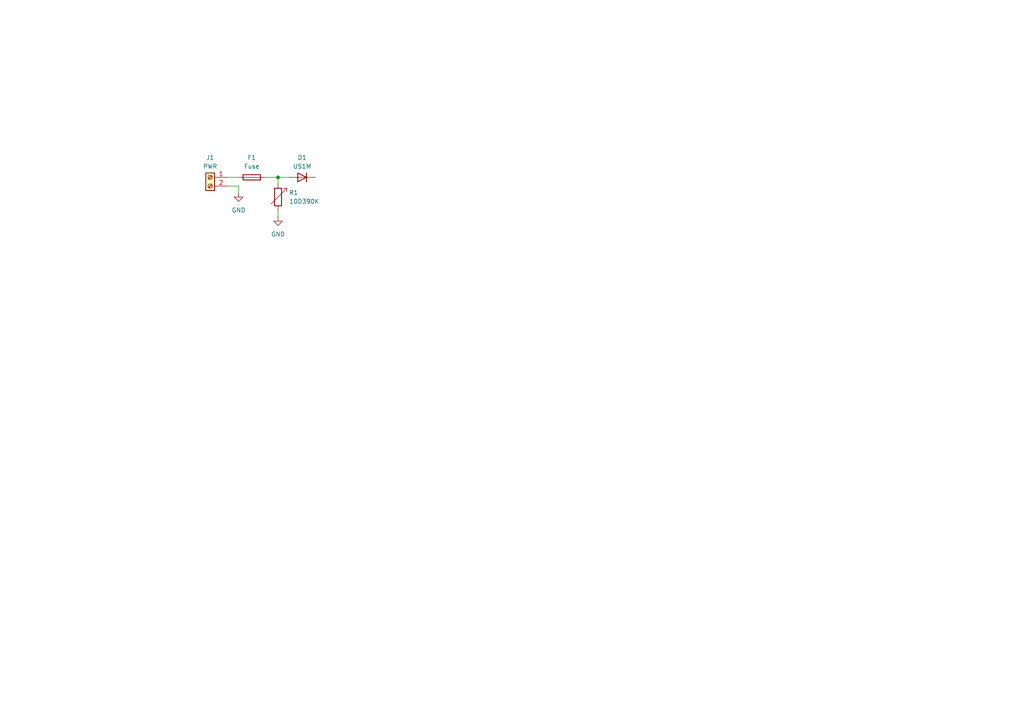
<source format=kicad_sch>
(kicad_sch (version 20231120) (generator "eeschema") (generator_version "8.0")
  (paper "A4")
  (lib_symbols
    (symbol "Connector:Screw_Terminal_01x02" (pin_names (offset 1.016) hide)
      (property "Reference" "J" (at 0 2.54 0))
      (property "Value" "Screw_Terminal_01x02" (at 0 -5.08 0))
      (symbol "Screw_Terminal_01x02_1_1"
        (rectangle (start -1.27 1.27) (end 1.27 -3.81) (stroke (width 0.254)) (fill (type background)))
        (circle (center 0 -2.54) (radius 0.635) (stroke (width 0.1524)))
        (polyline (pts (xy -0.5334 -2.2098) (xy 0.3302 -3.048)) (stroke (width 0.1524)))
        (polyline (pts (xy -0.5334 0.3302) (xy 0.3302 -0.508)) (stroke (width 0.1524)))
        (polyline (pts (xy -0.3556 -2.032) (xy 0.508 -2.8702)) (stroke (width 0.1524)))
        (polyline (pts (xy -0.3556 0.508) (xy 0.508 -0.3302)) (stroke (width 0.1524)))
        (circle (center 0 0) (radius 0.635) (stroke (width 0.1524)))
        (pin passive line (at -5.08 0 0) (length 3.81) (name "Pin_1") (number "1"))
        (pin passive line (at -5.08 -2.54 0) (length 3.81) (name "Pin_2") (number "2"))
      )
    )
    (symbol "Device:Fuse" (pin_numbers hide) (pin_names (offset 0))
      (property "Reference" "F" (at 2.032 0 90))
      (property "Value" "Fuse" (at -1.905 0 90))
      (symbol "Fuse_0_1"
        (rectangle (start -0.762 -2.54) (end 0.762 2.54) (stroke (width 0.254)))
        (polyline (pts (xy 0 2.54) (xy 0 -2.54)))
      )
      (symbol "Fuse_1_1"
        (pin passive line (at 0 3.81 270) (length 1.27) (name "~") (number "1"))
        (pin passive line (at 0 -3.81 90) (length 1.27) (name "~") (number "2"))
      )
    )
    (symbol "Device:R_Variable" (pin_numbers hide) (pin_names (offset 0))
      (property "Reference" "R" (at 2.54 -2.54 90))
      (property "Value" "R_Variable" (at -2.54 -1.27 90))
      (symbol "R_Variable_0_1"
        (rectangle (start -1.016 -2.54) (end 1.016 2.54) (stroke (width 0.254)))
        (polyline (pts (xy 2.54 1.524) (xy 2.54 2.54) (xy 1.524 2.54) (xy 2.54 2.54) (xy -2.032 -2.032)))
      )
      (symbol "R_Variable_1_1"
        (pin passive line (at 0 3.81 270) (length 1.27) (name "~") (number "1"))
        (pin passive line (at 0 -3.81 90) (length 1.27) (name "~") (number "2"))
      )
    )
    (symbol "Diode:US1M" (pin_numbers hide) (pin_names hide)
      (property "Reference" "D" (at 0 2.54 0))
      (property "Value" "US1M" (at 0 -2.54 0))
      (symbol "US1M_0_1"
        (polyline (pts (xy -1.27 1.27) (xy -1.27 -1.27)) (stroke (width 0.254)))
        (polyline (pts (xy 1.27 0) (xy -1.27 0)))
        (polyline (pts (xy 1.27 1.27) (xy 1.27 -1.27) (xy -1.27 0) (xy 1.27 1.27)) (stroke (width 0.254)))
      )
      (symbol "US1M_1_1"
        (pin passive line (at -3.81 0 0) (length 2.54) (name "K") (number "1"))
        (pin passive line (at 3.81 0 180) (length 2.54) (name "A") (number "2"))
      )
    )
    (symbol "power:GND" (power) (pin_numbers hide) (pin_names (offset 0) hide)
      (property "Value" "GND" (at 0 -3.81 0))
      (symbol "GND_0_1"
        (polyline (pts (xy 0 0) (xy 0 -1.27) (xy 1.27 -1.27) (xy 0 -2.54) (xy -1.27 -1.27) (xy 0 -1.27)))
      )
      (symbol "GND_1_1"
        (pin power_in line (at 0 0 270) (length 0) (name "~") (number "1"))
      )
    )
  )
  (junction (at 80.645 51.435))
  (wire (pts (xy 76.835 51.435) (xy 80.645 51.435)))
  (wire (pts (xy 80.645 51.435) (xy 83.82 51.435)))
  (wire (pts (xy 69.215 55.88) (xy 69.215 53.975)))
  (wire (pts (xy 80.645 53.34) (xy 80.645 51.435)))
  (wire (pts (xy 80.645 62.865) (xy 80.645 60.96)))
  (wire (pts (xy 66.04 51.435) (xy 69.215 51.435)))
  (wire (pts (xy 69.215 53.975) (xy 66.04 53.975)))
  (symbol (lib_id "power:GND") (at 69.215 55.88 0) (unit 1)
    (property "Reference" "#PWR01" (effects (hide yes)))
    (property "Value" "GND" (at 69.215 60.96 0))
    (property "Description" "Power symbol creates a global label with name \"GND\" , ground" (effects (hide yes)))
  )
  (symbol (lib_id "Diode:US1M") (at 87.63 51.435 180) (unit 1)
    (property "Reference" "D1" (at 87.63 45.72 0))
    (property "Value" "US1M" (at 87.63 48.26 0))
    (property "Footprint" "Diode_SMD:D_SMA" (effects (hide yes)))
    (property "Datasheet" "https://www.diodes.com/assets/Datasheets/ds16008.pdf" (effects (hide yes)))
    (property "Description" "1000V, 1A, General Purpose Rectifier Diode, SMA(DO-214AC)" (effects (hide yes)))
    (property "Sim.Device" "D" (effects (hide yes)))
    (property "Sim.Pins" "1=K 2=A" (effects (hide yes)))
    (property "JLCPCB" "C155378" (effects (hide yes)))
  )
  (symbol (lib_id "Connector:Screw_Terminal_01x02") (at 60.96 51.435 0) (mirror y) (unit 1)
    (property "Reference" "J1" (at 60.96 45.72 0))
    (property "Value" "PWR" (at 60.96 48.26 0))
    (property "Footprint" "TerminalBlock_Phoenix:TerminalBlock_Phoenix_MKDS-1,5-2-5.08_1x02_P5.08mm_Horizontal" (effects (hide yes)))
    (property "Datasheet" "https://wmsc.lcsc.com/wmsc/upload/file/pdf/v2/lcsc/1912251636_Ningbo-Kangnex-Elec-WJ500V-5-08-2P_C8465.pdf" (effects (hide yes)))
    (property "Description" "Generic screw terminal, single row, 01x02, script generated (kicad-library-utils/schlib/autogen/connector/)" (effects (hide yes)))
    (property "JLCPCB" "C8465" (effects (hide yes)))
  )
  (symbol (lib_id "Device:Fuse") (at 73.025 51.435 90) (unit 1)
    (property "Reference" "F1" (at 73.025 45.72 90))
    (property "Value" "Fuse" (at 73.025 48.26 90))
    (property "Footprint" "Fuse:Fuseholder_Cylinder-5x20mm_Schurter_0031_8201_Horizontal_Open" (effects (hide yes)))
    (property "Datasheet" "https://wmsc.lcsc.com/wmsc/upload/file/pdf/v2/lcsc/1811061209_Xucheng-Elec-5x20-BLX-A--XC-7_C3131.pdf" (effects (hide yes)))
    (property "Description" "Fuse" (effects (hide yes)))
    (property "JLCPCB" "C3131" (effects (hide yes)))
  )
  (symbol (lib_id "Device:R_Variable") (at 80.645 57.15 0) (unit 1)
    (property "Reference" "R1" (at 83.82 55.8799 0) (effects (justify left)))
    (property "Value" "10D390K" (at 83.82 58.4199 0) (effects (justify left)))
    (property "Datasheet" "https://wmsc.lcsc.com/wmsc/upload/file/pdf/v2/lcsc/2403081021_RUILON-Shenzhen-Ruilongyuan-Elec-10D390K_C233185.pdf" (effects (hide yes)))
    (property "Description" "Variable resistor" (effects (hide yes)))
    (property "JLCPCB" "C233185" (effects (hide yes)))
  )
  (symbol (lib_id "power:GND") (at 80.645 62.865 0) (unit 1)
    (property "Reference" "#PWR02" (effects (hide yes)))
    (property "Value" "GND" (at 80.645 67.945 0))
    (property "Description" "Power symbol creates a global label with name \"GND\" , ground" (effects (hide yes)))
  )
)
</source>
